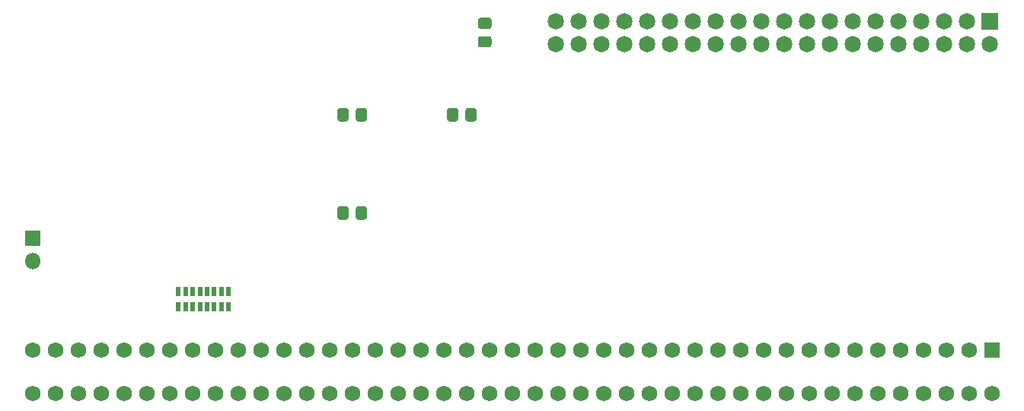
<source format=gbr>
%TF.GenerationSoftware,KiCad,Pcbnew,(5.1.6)-1*%
%TF.CreationDate,2022-03-09T09:08:40-05:00*%
%TF.ProjectId,a500hdd-remake,61353030-6864-4642-9d72-656d616b652e,rev?*%
%TF.SameCoordinates,Original*%
%TF.FileFunction,Soldermask,Bot*%
%TF.FilePolarity,Negative*%
%FSLAX46Y46*%
G04 Gerber Fmt 4.6, Leading zero omitted, Abs format (unit mm)*
G04 Created by KiCad (PCBNEW (5.1.6)-1) date 2022-03-09 09:08:40*
%MOMM*%
%LPD*%
G01*
G04 APERTURE LIST*
%ADD10C,1.738300*%
%ADD11R,1.738300X1.738300*%
%ADD12R,1.825000X1.825000*%
%ADD13C,1.825000*%
%ADD14R,1.800000X1.800000*%
%ADD15O,1.800000X1.800000*%
%ADD16R,0.550000X1.000000*%
G04 APERTURE END LIST*
D10*
%TO.C,BUS1*%
X94255001Y-103386301D03*
X94255001Y-98534901D03*
X96795001Y-103386301D03*
X96795001Y-98534901D03*
X99335001Y-103386301D03*
X99335001Y-98534901D03*
X101875001Y-103386301D03*
X101875001Y-98534901D03*
X104415001Y-103386301D03*
X104415001Y-98534901D03*
X106955001Y-103386301D03*
X106955001Y-98534901D03*
X109495001Y-103386301D03*
X109495001Y-98534901D03*
X112035001Y-103386301D03*
X112035001Y-98534901D03*
X114575001Y-103386301D03*
X114575001Y-98534901D03*
X117115001Y-103386301D03*
X117115001Y-98534901D03*
X119655001Y-103386301D03*
X119655001Y-98534901D03*
X122195001Y-103386301D03*
X122195001Y-98534901D03*
X124735001Y-103386301D03*
X124735001Y-98534901D03*
X127275001Y-103386301D03*
X127275001Y-98534901D03*
X129815001Y-103386301D03*
X129815001Y-98534901D03*
X132355001Y-103386301D03*
X132355001Y-98534901D03*
X134895001Y-103386301D03*
X134895001Y-98534901D03*
X137435001Y-103386301D03*
X137435001Y-98534901D03*
X139975001Y-103386301D03*
X139975001Y-98534901D03*
X142515001Y-103386301D03*
X142515001Y-98534901D03*
X145055001Y-103386301D03*
X145055001Y-98534901D03*
X147595001Y-103386301D03*
X147595001Y-98534901D03*
X150135001Y-103386301D03*
X150135001Y-98534901D03*
X152675001Y-103386301D03*
X152675001Y-98534901D03*
X155215001Y-103386301D03*
X155215001Y-98534901D03*
X157755001Y-103386301D03*
X157755001Y-98534901D03*
X160295001Y-103386301D03*
X160295001Y-98534901D03*
X162835001Y-103386301D03*
X162835001Y-98534901D03*
X165375001Y-103386301D03*
X165375001Y-98534901D03*
X167915001Y-103386301D03*
X167915001Y-98534901D03*
X170455001Y-103386301D03*
X170455001Y-98534901D03*
X172995001Y-103386301D03*
X172995001Y-98534901D03*
X175535001Y-103386301D03*
X175535001Y-98534901D03*
X178075001Y-103386301D03*
X178075001Y-98534901D03*
X180615001Y-103386301D03*
X180615001Y-98534901D03*
X183155001Y-103386301D03*
X183155001Y-98534901D03*
X185695001Y-103386301D03*
X185695001Y-98534901D03*
X188235001Y-103386301D03*
X188235001Y-98534901D03*
X190775001Y-103386301D03*
X190775001Y-98534901D03*
X193315001Y-103386301D03*
X193315001Y-98534901D03*
X195855001Y-103386301D03*
X195855001Y-98534901D03*
X198395001Y-103386301D03*
X198395001Y-98534901D03*
X200935001Y-103386301D03*
D11*
X200935001Y-98534901D03*
%TD*%
%TO.C,C1*%
G36*
G01*
X140327000Y-72868262D02*
X140327000Y-71911738D01*
G75*
G02*
X140598738Y-71640000I271738J0D01*
G01*
X141305262Y-71640000D01*
G75*
G02*
X141577000Y-71911738I0J-271738D01*
G01*
X141577000Y-72868262D01*
G75*
G02*
X141305262Y-73140000I-271738J0D01*
G01*
X140598738Y-73140000D01*
G75*
G02*
X140327000Y-72868262I0J271738D01*
G01*
G37*
G36*
G01*
X142377000Y-72868262D02*
X142377000Y-71911738D01*
G75*
G02*
X142648738Y-71640000I271738J0D01*
G01*
X143355262Y-71640000D01*
G75*
G02*
X143627000Y-71911738I0J-271738D01*
G01*
X143627000Y-72868262D01*
G75*
G02*
X143355262Y-73140000I-271738J0D01*
G01*
X142648738Y-73140000D01*
G75*
G02*
X142377000Y-72868262I0J271738D01*
G01*
G37*
%TD*%
%TO.C,C2*%
G36*
G01*
X130185000Y-83790262D02*
X130185000Y-82833738D01*
G75*
G02*
X130456738Y-82562000I271738J0D01*
G01*
X131163262Y-82562000D01*
G75*
G02*
X131435000Y-82833738I0J-271738D01*
G01*
X131435000Y-83790262D01*
G75*
G02*
X131163262Y-84062000I-271738J0D01*
G01*
X130456738Y-84062000D01*
G75*
G02*
X130185000Y-83790262I0J271738D01*
G01*
G37*
G36*
G01*
X128135000Y-83790262D02*
X128135000Y-82833738D01*
G75*
G02*
X128406738Y-82562000I271738J0D01*
G01*
X129113262Y-82562000D01*
G75*
G02*
X129385000Y-82833738I0J-271738D01*
G01*
X129385000Y-83790262D01*
G75*
G02*
X129113262Y-84062000I-271738J0D01*
G01*
X128406738Y-84062000D01*
G75*
G02*
X128135000Y-83790262I0J271738D01*
G01*
G37*
%TD*%
%TO.C,C3*%
G36*
G01*
X128144000Y-72868262D02*
X128144000Y-71911738D01*
G75*
G02*
X128415738Y-71640000I271738J0D01*
G01*
X129122262Y-71640000D01*
G75*
G02*
X129394000Y-71911738I0J-271738D01*
G01*
X129394000Y-72868262D01*
G75*
G02*
X129122262Y-73140000I-271738J0D01*
G01*
X128415738Y-73140000D01*
G75*
G02*
X128144000Y-72868262I0J271738D01*
G01*
G37*
G36*
G01*
X130194000Y-72868262D02*
X130194000Y-71911738D01*
G75*
G02*
X130465738Y-71640000I271738J0D01*
G01*
X131172262Y-71640000D01*
G75*
G02*
X131444000Y-71911738I0J-271738D01*
G01*
X131444000Y-72868262D01*
G75*
G02*
X131172262Y-73140000I-271738J0D01*
G01*
X130465738Y-73140000D01*
G75*
G02*
X130194000Y-72868262I0J271738D01*
G01*
G37*
%TD*%
%TO.C,C4*%
G36*
G01*
X144047738Y-63646000D02*
X145004262Y-63646000D01*
G75*
G02*
X145276000Y-63917738I0J-271738D01*
G01*
X145276000Y-64624262D01*
G75*
G02*
X145004262Y-64896000I-271738J0D01*
G01*
X144047738Y-64896000D01*
G75*
G02*
X143776000Y-64624262I0J271738D01*
G01*
X143776000Y-63917738D01*
G75*
G02*
X144047738Y-63646000I271738J0D01*
G01*
G37*
G36*
G01*
X144047738Y-61596000D02*
X145004262Y-61596000D01*
G75*
G02*
X145276000Y-61867738I0J-271738D01*
G01*
X145276000Y-62574262D01*
G75*
G02*
X145004262Y-62846000I-271738J0D01*
G01*
X144047738Y-62846000D01*
G75*
G02*
X143776000Y-62574262I0J271738D01*
G01*
X143776000Y-61867738D01*
G75*
G02*
X144047738Y-61596000I271738J0D01*
G01*
G37*
%TD*%
D12*
%TO.C,J1*%
X200660000Y-61976000D03*
D13*
X200660000Y-64516000D03*
X198120000Y-61976000D03*
X198120000Y-64516000D03*
X195580000Y-61976000D03*
X195580000Y-64516000D03*
X193040000Y-61976000D03*
X193040000Y-64516000D03*
X190500000Y-61976000D03*
X190500000Y-64516000D03*
X187960000Y-61976000D03*
X187960000Y-64516000D03*
X185420000Y-61976000D03*
X185420000Y-64516000D03*
X182880000Y-61976000D03*
X182880000Y-64516000D03*
X180340000Y-61976000D03*
X180340000Y-64516000D03*
X177800000Y-61976000D03*
X177800000Y-64516000D03*
X175260000Y-61976000D03*
X175260000Y-64516000D03*
X172720000Y-61976000D03*
X172720000Y-64516000D03*
X170180000Y-61976000D03*
X170180000Y-64516000D03*
X167640000Y-61976000D03*
X167640000Y-64516000D03*
X165100000Y-61976000D03*
X165100000Y-64516000D03*
X162560000Y-61976000D03*
X162560000Y-64516000D03*
X160020000Y-61976000D03*
X160020000Y-64516000D03*
X157480000Y-61976000D03*
X157480000Y-64516000D03*
X154940000Y-61976000D03*
X154940000Y-64516000D03*
X152400000Y-61976000D03*
X152400000Y-64516000D03*
%TD*%
D14*
%TO.C,J2*%
X94234000Y-86106000D03*
D15*
X94234000Y-88646000D03*
%TD*%
D16*
%TO.C,RN1*%
X116052000Y-93726000D03*
X115252000Y-93726000D03*
X114452000Y-93726000D03*
X113652000Y-93726000D03*
X112852000Y-93726000D03*
X112052000Y-93726000D03*
X111252000Y-93726000D03*
X110452000Y-93726000D03*
X110452000Y-92026000D03*
X111252000Y-92026000D03*
X112052000Y-92026000D03*
X112852000Y-92026000D03*
X113652000Y-92026000D03*
X114452000Y-92026000D03*
X115252000Y-92026000D03*
X116052000Y-92026000D03*
%TD*%
M02*

</source>
